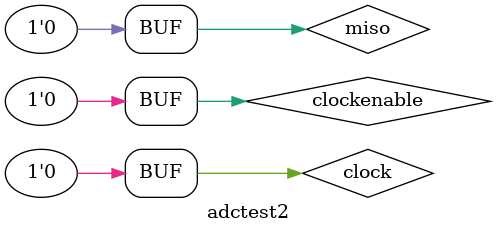
<source format=v>
module adctest2;
	// Inputs
	reg clock;
	reg clockenable;
	reg miso;
	// Outputs
	wire adconv;
	wire [0:11] datos;
	wire ready;
	wire sck;
	// Instantiate the Unit Under Test (UUT)
	adc uut (
		.clock(clock), 
		.clockenable(clockenable), 
		.miso(miso), 
		.adconv(adconv), 
		.datos(datos), 
		.ready(ready), 
		.sck(sck)
	);
	
	initial begin
		clock = 0;
		clockenable = 0;
		miso = 0;
		#100;
		repeat(700) begin
			clock=~clock;
			#50;
		end
	end
	
	initial begin
		clock = 0;
		clockenable = 0;
		miso = 0;
		#50;
		repeat(10) begin
			clockenable=~clockenable;
			#3500;
		end
	end
	
	initial begin
		clock = 0;
		clockenable = 0;
		miso = 0;
		repeat(700) begin
			miso=~miso;
			#100;
		end
	end
endmodule

//Es importante observar en la salida
//datostemp, pues estos se actualizan siempre
</source>
